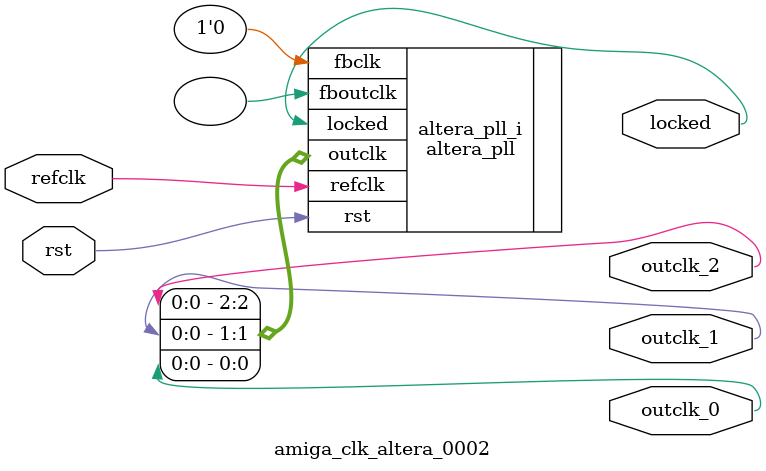
<source format=v>
`timescale 1ns/10ps
module  amiga_clk_altera_0002(

	// interface 'refclk'
	input wire refclk,

	// interface 'reset'
	input wire rst,

	// interface 'outclk0'
	output wire outclk_0,

	// interface 'outclk1'
	output wire outclk_1,

	// interface 'outclk2'
	output wire outclk_2,

	// interface 'locked'
	output wire locked
);

	altera_pll #(
		.fractional_vco_multiplier("true"),
		.reference_clock_frequency("50.0 MHz"),
		.operation_mode("direct"),
		.number_of_clocks(3),
		.output_clock_frequency0("114.750000 MHz"),
		.phase_shift0("-2995 ps"),
		.duty_cycle0(50),
		.output_clock_frequency1("114.750000 MHz"),
		.phase_shift1("0 ps"),
		.duty_cycle1(50),
		.output_clock_frequency2("28.687500 MHz"),
		.phase_shift2("0 ps"),
		.duty_cycle2(50),
		.output_clock_frequency3("0 MHz"),
		.phase_shift3("0 ps"),
		.duty_cycle3(50),
		.output_clock_frequency4("0 MHz"),
		.phase_shift4("0 ps"),
		.duty_cycle4(50),
		.output_clock_frequency5("0 MHz"),
		.phase_shift5("0 ps"),
		.duty_cycle5(50),
		.output_clock_frequency6("0 MHz"),
		.phase_shift6("0 ps"),
		.duty_cycle6(50),
		.output_clock_frequency7("0 MHz"),
		.phase_shift7("0 ps"),
		.duty_cycle7(50),
		.output_clock_frequency8("0 MHz"),
		.phase_shift8("0 ps"),
		.duty_cycle8(50),
		.output_clock_frequency9("0 MHz"),
		.phase_shift9("0 ps"),
		.duty_cycle9(50),
		.output_clock_frequency10("0 MHz"),
		.phase_shift10("0 ps"),
		.duty_cycle10(50),
		.output_clock_frequency11("0 MHz"),
		.phase_shift11("0 ps"),
		.duty_cycle11(50),
		.output_clock_frequency12("0 MHz"),
		.phase_shift12("0 ps"),
		.duty_cycle12(50),
		.output_clock_frequency13("0 MHz"),
		.phase_shift13("0 ps"),
		.duty_cycle13(50),
		.output_clock_frequency14("0 MHz"),
		.phase_shift14("0 ps"),
		.duty_cycle14(50),
		.output_clock_frequency15("0 MHz"),
		.phase_shift15("0 ps"),
		.duty_cycle15(50),
		.output_clock_frequency16("0 MHz"),
		.phase_shift16("0 ps"),
		.duty_cycle16(50),
		.output_clock_frequency17("0 MHz"),
		.phase_shift17("0 ps"),
		.duty_cycle17(50),
		.pll_type("General"),
		.pll_subtype("General")
	) altera_pll_i (
		.rst	(rst),
		.outclk	({outclk_2, outclk_1, outclk_0}),
		.locked	(locked),
		.fboutclk	( ),
		.fbclk	(1'b0),
		.refclk	(refclk)
	);
endmodule


</source>
